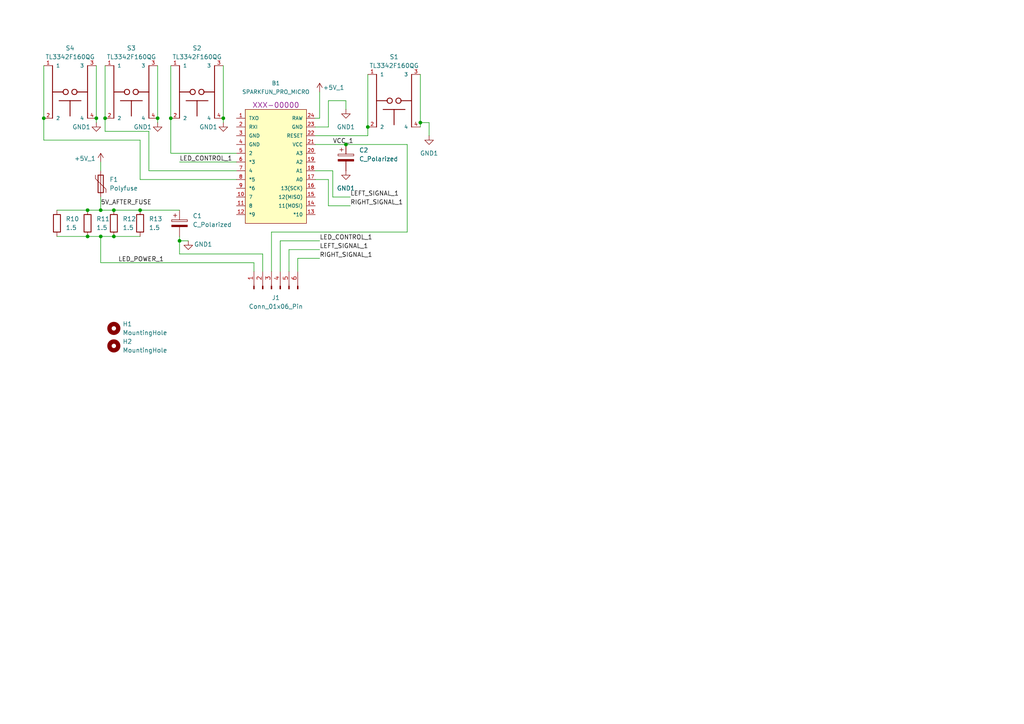
<source format=kicad_sch>
(kicad_sch (version 20231120) (generator "eeschema") (generator_version "8.0")
  (paper "A4")
  (lib_symbols
    (symbol "Connector:Conn_01x06_Pin" (pin_names (offset 1.016) hide)
      (property "Reference" "J" (at 0 7.62 0))
      (property "Value" "Conn_01x06_Pin" (at 0 -10.16 0))
      (symbol "Conn_01x06_Pin_1_1"
        (polyline (pts (xy 1.27 -7.62) (xy 0.8636 -7.62)) (stroke (width 0.1524)))
        (polyline (pts (xy 1.27 -5.08) (xy 0.8636 -5.08)) (stroke (width 0.1524)))
        (polyline (pts (xy 1.27 -2.54) (xy 0.8636 -2.54)) (stroke (width 0.1524)))
        (polyline (pts (xy 1.27 0) (xy 0.8636 0)) (stroke (width 0.1524)))
        (polyline (pts (xy 1.27 2.54) (xy 0.8636 2.54)) (stroke (width 0.1524)))
        (polyline (pts (xy 1.27 5.08) (xy 0.8636 5.08)) (stroke (width 0.1524)))
        (rectangle (start 0.8636 -7.493) (end 0 -7.747) (stroke (width 0.1524)) (fill (type outline)))
        (rectangle (start 0.8636 -4.953) (end 0 -5.207) (stroke (width 0.1524)) (fill (type outline)))
        (rectangle (start 0.8636 -2.413) (end 0 -2.667) (stroke (width 0.1524)) (fill (type outline)))
        (rectangle (start 0.8636 0.127) (end 0 -0.127) (stroke (width 0.1524)) (fill (type outline)))
        (rectangle (start 0.8636 2.667) (end 0 2.413) (stroke (width 0.1524)) (fill (type outline)))
        (rectangle (start 0.8636 5.207) (end 0 4.953) (stroke (width 0.1524)) (fill (type outline)))
        (pin passive line (at 5.08 5.08 180) (length 3.81) (name "Pin_1") (number "1"))
        (pin passive line (at 5.08 2.54 180) (length 3.81) (name "Pin_2") (number "2"))
        (pin passive line (at 5.08 0 180) (length 3.81) (name "Pin_3") (number "3"))
        (pin passive line (at 5.08 -2.54 180) (length 3.81) (name "Pin_4") (number "4"))
        (pin passive line (at 5.08 -5.08 180) (length 3.81) (name "Pin_5") (number "5"))
        (pin passive line (at 5.08 -7.62 180) (length 3.81) (name "Pin_6") (number "6"))
      )
    )
    (symbol "Device:C_Polarized" (pin_numbers hide) (pin_names (offset 0.254))
      (property "Reference" "C" (at 0.635 2.54 0))
      (property "Value" "C_Polarized" (at 0.635 -2.54 0))
      (symbol "C_Polarized_0_1"
        (rectangle (start -2.286 0.508) (end 2.286 1.016))
        (polyline (pts (xy -1.778 2.286) (xy -0.762 2.286)))
        (polyline (pts (xy -1.27 2.794) (xy -1.27 1.778)))
        (rectangle (start 2.286 -0.508) (end -2.286 -1.016) (fill (type outline)))
      )
      (symbol "C_Polarized_1_1"
        (pin passive line (at 0 3.81 270) (length 2.794) (name "~") (number "1"))
        (pin passive line (at 0 -3.81 90) (length 2.794) (name "~") (number "2"))
      )
    )
    (symbol "Device:Polyfuse" (pin_numbers hide) (pin_names (offset 0))
      (property "Reference" "F" (at -2.54 0 90))
      (property "Value" "Polyfuse" (at 2.54 0 90))
      (symbol "Polyfuse_0_1"
        (rectangle (start -0.762 2.54) (end 0.762 -2.54) (stroke (width 0.254)))
        (polyline (pts (xy 0 2.54) (xy 0 -2.54)))
        (polyline (pts (xy -1.524 2.54) (xy -1.524 1.524) (xy 1.524 -1.524) (xy 1.524 -2.54)))
      )
      (symbol "Polyfuse_1_1"
        (pin passive line (at 0 3.81 270) (length 1.27) (name "~") (number "1"))
        (pin passive line (at 0 -3.81 90) (length 1.27) (name "~") (number "2"))
      )
    )
    (symbol "Device:R" (pin_numbers hide) (pin_names (offset 0))
      (property "Reference" "R" (at 2.032 0 90))
      (property "Value" "R" (at 0 0 90))
      (symbol "R_0_1"
        (rectangle (start -1.016 -2.54) (end 1.016 2.54) (stroke (width 0.254)))
      )
      (symbol "R_1_1"
        (pin passive line (at 0 3.81 270) (length 1.27) (name "~") (number "1"))
        (pin passive line (at 0 -3.81 90) (length 1.27) (name "~") (number "2"))
      )
    )
    (symbol "Mechanical:MountingHole" (pin_names (offset 1.016)) (exclude_from_sim yes) (in_bom no)
      (property "Reference" "H" (at 0 5.08 0))
      (property "Value" "MountingHole" (at 0 3.175 0))
      (symbol "MountingHole_0_1"
        (circle (center 0 0) (radius 1.27) (stroke (width 1.27)))
      )
    )
    (symbol "Sparkfun.Boards:SPARKFUN_PRO_MICRO" (pin_names (offset 1.016))
      (property "Reference" "B" (at -8.89 17.78 0))
      (property "Value" "SPARKFUN_PRO_MICRO" (at -8.89 -19.05 0))
      (property "Field4" "XXX-00000" (at 0 21.59 0))
      (symbol "SPARKFUN_PRO_MICRO_1_1"
        (polyline (pts (xy -8.89 16.51) (xy -8.89 -16.51) (xy 8.89 -16.51) (xy 8.89 16.51) (xy -8.89 16.51)) (fill (type background)))
        (pin bidirectional line (at -11.43 13.97 0) (length 2.54) (name "TXO") (number "1"))
        (pin bidirectional line (at -11.43 -8.89 0) (length 2.54) (name "7") (number "10"))
        (pin bidirectional line (at -11.43 -11.43 0) (length 2.54) (name "8") (number "11"))
        (pin bidirectional line (at -11.43 -13.97 0) (length 2.54) (name "*9") (number "12"))
        (pin bidirectional line (at 11.43 -13.97 180) (length 2.54) (name "*10") (number "13"))
        (pin bidirectional line (at 11.43 -11.43 180) (length 2.54) (name "11(MOSI)") (number "14"))
        (pin bidirectional line (at 11.43 -8.89 180) (length 2.54) (name "12(MISO)") (number "15"))
        (pin bidirectional line (at 11.43 -6.35 180) (length 2.54) (name "13(SCK)") (number "16"))
        (pin bidirectional line (at 11.43 -3.81 180) (length 2.54) (name "A0") (number "17"))
        (pin bidirectional line (at 11.43 -1.27 180) (length 2.54) (name "A1") (number "18"))
        (pin bidirectional line (at 11.43 1.27 180) (length 2.54) (name "A2") (number "19"))
        (pin bidirectional line (at -11.43 11.43 0) (length 2.54) (name "RXI") (number "2"))
        (pin bidirectional line (at 11.43 3.81 180) (length 2.54) (name "A3") (number "20"))
        (pin power_in line (at 11.43 6.35 180) (length 2.54) (name "VCC") (number "21"))
        (pin bidirectional line (at 11.43 8.89 180) (length 2.54) (name "RESET") (number "22"))
        (pin power_in line (at 11.43 11.43 180) (length 2.54) (name "GND") (number "23"))
        (pin power_in line (at 11.43 13.97 180) (length 2.54) (name "RAW") (number "24"))
        (pin power_in line (at -11.43 8.89 0) (length 2.54) (name "GND") (number "3"))
        (pin power_in line (at -11.43 6.35 0) (length 2.54) (name "GND") (number "4"))
        (pin bidirectional line (at -11.43 3.81 0) (length 2.54) (name "2") (number "5"))
        (pin bidirectional line (at -11.43 1.27 0) (length 2.54) (name "*3") (number "6"))
        (pin bidirectional line (at -11.43 -1.27 0) (length 2.54) (name "4") (number "7"))
        (pin bidirectional line (at -11.43 -3.81 0) (length 2.54) (name "*5") (number "8"))
        (pin bidirectional line (at -11.43 -6.35 0) (length 2.54) (name "*6") (number "9"))
      )
    )
    (symbol "TactileSwitch:TL3342F160QG" (pin_names (offset 1.016))
      (property "Reference" "S" (at -8.9062 11.4509 0))
      (property "Value" "TL3342F160QG" (at -8.898 -12.7114 0))
      (symbol "TL3342F160QG_0_0"
        (circle (center 0 -1.27) (radius 0.762) (stroke (width 0.254)))
        (polyline (pts (xy -7.62 -5.08) (xy 0 -5.08)) (stroke (width 0.254)))
        (polyline (pts (xy -7.62 5.08) (xy 0 5.08)) (stroke (width 0.254)))
        (polyline (pts (xy 0 -5.08) (xy 7.62 -5.08)) (stroke (width 0.254)))
        (polyline (pts (xy 0 -1.905) (xy 0 -5.08)) (stroke (width 0.254)))
        (polyline (pts (xy 0 1.905) (xy 0 5.08)) (stroke (width 0.254)))
        (polyline (pts (xy 0 5.08) (xy 7.62 5.08)) (stroke (width 0.254)))
        (polyline (pts (xy 2.54 0) (xy 2.54 -3.175)) (stroke (width 0.254)))
        (polyline (pts (xy 2.54 0) (xy 6.985 0)) (stroke (width 0.254)))
        (polyline (pts (xy 2.54 3.175) (xy 2.54 0)) (stroke (width 0.254)))
        (circle (center 0 1.27) (radius 0.762) (stroke (width 0.254)))
        (pin passive line (at -7.62 -7.62 90) (length 2.54) (name "1") (number "1"))
        (pin passive line (at 7.62 -7.62 90) (length 2.54) (name "2") (number "2"))
        (pin passive line (at -7.62 7.62 270) (length 2.54) (name "3") (number "3"))
        (pin passive line (at 7.62 7.62 270) (length 2.54) (name "4") (number "4"))
      )
    )
    (symbol "power:+5V" (power) (pin_names (offset 0))
      (property "Value" "+5V" (at 0 3.556 0))
      (symbol "+5V_0_1"
        (polyline (pts (xy -0.762 1.27) (xy 0 2.54)))
        (polyline (pts (xy 0 0) (xy 0 2.54)))
        (polyline (pts (xy 0 2.54) (xy 0.762 1.27)))
      )
      (symbol "+5V_1_1"
        (pin power_in line (at 0 0 90) (length 0) hide (name "+5V") (number "1"))
      )
    )
    (symbol "power:GND1" (power) (pin_numbers hide) (pin_names (offset 0) hide)
      (property "Value" "GND1" (at 0 -3.81 0))
      (symbol "GND1_0_1"
        (polyline (pts (xy 0 0) (xy 0 -1.27) (xy 1.27 -1.27) (xy 0 -2.54) (xy -1.27 -1.27) (xy 0 -1.27)))
      )
      (symbol "GND1_1_1"
        (pin power_in line (at 0 0 270) (length 0) (name "~") (number "1"))
      )
    )
  )
  (junction (at 25.4 60.96))
  (junction (at 27.94 34.29))
  (junction (at 12.7 34.29))
  (junction (at 30.48 34.29))
  (junction (at 45.72 34.29))
  (junction (at 33.02 68.58))
  (junction (at 25.4 68.58))
  (junction (at 40.64 60.96))
  (junction (at 52.07 69.85))
  (junction (at 64.77 34.29))
  (junction (at 29.21 60.96))
  (junction (at 121.92 35.56))
  (junction (at 106.68 36.83))
  (junction (at 29.21 68.58))
  (junction (at 100.33 41.91))
  (junction (at 33.02 60.96))
  (junction (at 49.53 34.29))
  (wire (pts (xy 43.18 38.1) (xy 43.18 49.53)))
  (wire (pts (xy 49.53 44.45) (xy 68.58 44.45)))
  (wire (pts (xy 124.46 35.56) (xy 121.92 35.56)))
  (wire (pts (xy 40.64 52.07) (xy 68.58 52.07)))
  (wire (pts (xy 95.25 52.07) (xy 91.44 52.07)))
  (wire (pts (xy 45.72 34.29) (xy 45.72 35.56)))
  (wire (pts (xy 29.21 68.58) (xy 33.02 68.58)))
  (wire (pts (xy 25.4 60.96) (xy 16.51 60.96)))
  (wire (pts (xy 33.02 68.58) (xy 40.64 68.58)))
  (wire (pts (xy 64.77 34.29) (xy 64.77 35.56)))
  (wire (pts (xy 100.33 29.21) (xy 100.33 31.75)))
  (wire (pts (xy 49.53 19.05) (xy 49.53 34.29)))
  (wire (pts (xy 29.21 60.96) (xy 33.02 60.96)))
  (wire (pts (xy 91.44 41.91) (xy 100.33 41.91)))
  (wire (pts (xy 45.72 19.05) (xy 45.72 34.29)))
  (wire (pts (xy 30.48 34.29) (xy 30.48 38.1)))
  (wire (pts (xy 33.02 60.96) (xy 40.64 60.96)))
  (wire (pts (xy 96.52 49.53) (xy 91.44 49.53)))
  (wire (pts (xy 91.44 36.83) (xy 95.25 36.83)))
  (wire (pts (xy 12.7 40.64) (xy 40.64 40.64)))
  (wire (pts (xy 12.7 19.05) (xy 12.7 34.29)))
  (wire (pts (xy 25.4 68.58) (xy 29.21 68.58)))
  (wire (pts (xy 95.25 59.69) (xy 101.6 59.69)))
  (wire (pts (xy 29.21 68.58) (xy 29.21 76.2)))
  (wire (pts (xy 29.21 60.96) (xy 25.4 60.96)))
  (wire (pts (xy 96.52 57.15) (xy 101.6 57.15)))
  (wire (pts (xy 27.94 35.56) (xy 27.94 34.29)))
  (wire (pts (xy 29.21 57.15) (xy 29.21 60.96)))
  (wire (pts (xy 106.68 21.59) (xy 106.68 36.83)))
  (wire (pts (xy 95.25 36.83) (xy 95.25 29.21)))
  (wire (pts (xy 95.25 59.69) (xy 95.25 52.07)))
  (wire (pts (xy 52.07 73.66) (xy 76.2 73.66)))
  (wire (pts (xy 52.07 69.85) (xy 52.07 73.66)))
  (wire (pts (xy 64.77 19.05) (xy 64.77 34.29)))
  (wire (pts (xy 76.2 73.66) (xy 76.2 78.74)))
  (wire (pts (xy 43.18 49.53) (xy 68.58 49.53)))
  (wire (pts (xy 27.94 19.05) (xy 27.94 34.29)))
  (wire (pts (xy 91.44 39.37) (xy 106.68 39.37)))
  (wire (pts (xy 40.64 40.64) (xy 40.64 52.07)))
  (wire (pts (xy 16.51 68.58) (xy 25.4 68.58)))
  (wire (pts (xy 40.64 60.96) (xy 52.07 60.96)))
  (wire (pts (xy 86.36 74.93) (xy 92.71 74.93)))
  (wire (pts (xy 100.33 41.91) (xy 118.11 41.91)))
  (wire (pts (xy 30.48 38.1) (xy 43.18 38.1)))
  (wire (pts (xy 73.66 76.2) (xy 73.66 78.74)))
  (wire (pts (xy 121.92 35.56) (xy 121.92 36.83)))
  (wire (pts (xy 29.21 76.2) (xy 73.66 76.2)))
  (wire (pts (xy 83.82 72.39) (xy 92.71 72.39)))
  (wire (pts (xy 91.44 34.29) (xy 92.71 34.29)))
  (wire (pts (xy 118.11 41.91) (xy 118.11 67.31)))
  (wire (pts (xy 52.07 46.99) (xy 68.58 46.99)))
  (wire (pts (xy 121.92 21.59) (xy 121.92 35.56)))
  (wire (pts (xy 49.53 34.29) (xy 49.53 44.45)))
  (wire (pts (xy 118.11 67.31) (xy 78.74 67.31)))
  (wire (pts (xy 78.74 67.31) (xy 78.74 78.74)))
  (wire (pts (xy 29.21 46.99) (xy 29.21 49.53)))
  (wire (pts (xy 106.68 39.37) (xy 106.68 36.83)))
  (wire (pts (xy 81.28 78.74) (xy 81.28 69.85)))
  (wire (pts (xy 124.46 35.56) (xy 124.46 39.37)))
  (wire (pts (xy 54.61 69.85) (xy 52.07 69.85)))
  (wire (pts (xy 12.7 34.29) (xy 12.7 40.64)))
  (wire (pts (xy 96.52 57.15) (xy 96.52 49.53)))
  (wire (pts (xy 92.71 34.29) (xy 92.71 26.67)))
  (wire (pts (xy 30.48 19.05) (xy 30.48 34.29)))
  (wire (pts (xy 86.36 78.74) (xy 86.36 74.93)))
  (wire (pts (xy 81.28 69.85) (xy 92.71 69.85)))
  (wire (pts (xy 95.25 29.21) (xy 100.33 29.21)))
  (wire (pts (xy 83.82 78.74) (xy 83.82 72.39)))
  (wire (pts (xy 52.07 68.58) (xy 52.07 69.85)))
  (label "RIGHT_SIGNAL_1" (at 92.71 74.93 0))
  (label "5V_AFTER_FUSE" (at 29.21 59.69 0))
  (label "RIGHT_SIGNAL_1" (at 101.6 59.69 0))
  (label "LED_POWER_1" (at 34.29 76.2 0))
  (label "VCC_1" (at 96.52 41.91 0))
  (label "LEFT_SIGNAL_1" (at 92.71 72.39 0))
  (label "LED_CONTROL_1" (at 52.07 46.99 0))
  (label "LED_CONTROL_1" (at 92.71 69.85 0))
  (label "LEFT_SIGNAL_1" (at 101.6 57.15 0))
  (symbol (lib_id "Device:R") (at 25.4 64.77 0) (unit 1)
    (property "Reference" "R11" (at 27.94 63.4999 0) (effects (justify left)))
    (property "Value" "1.5" (at 27.94 66.0399 0) (effects (justify left)))
    (property "Footprint" "Resistor_SMD:R_2512_6332Metric_Pad1.40x3.35mm_HandSolder" (effects (hide yes)))
  )
  (symbol (lib_id "power:+5V") (at 92.71 26.67 0) (unit 1)
    (property "Reference" "#PWR0111" (effects (hide yes)))
    (property "Value" "+5V_1" (at 96.774 25.4 0))
  )
  (symbol (lib_id "Device:Polyfuse") (at 29.21 53.34 0) (unit 1)
    (property "Reference" "F1" (at 31.75 52.07 0) (effects (justify left)))
    (property "Value" "Polyfuse" (at 31.75 54.61 0) (effects (justify left)))
    (property "Footprint" "Fuse:Fuse_0805_2012Metric_Pad1.15x1.40mm_HandSolder" (effects (hide yes)))
  )
  (symbol (lib_id "TactileSwitch:TL3342F160QG") (at 57.15 26.67 270) (unit 1)
    (property "Reference" "S2" (at 57.15 13.97 90))
    (property "Value" "TL3342F160QG" (at 57.15 16.51 90))
    (property "Footprint" "Tactile.Switch:SW_TL3342F160QG" (effects (hide yes)))
    (property "MANUFACTURER" "E SWITCH" (effects (hide yes)))
  )
  (symbol (lib_id "power:GND1") (at 100.33 49.53 0) (unit 1)
    (property "Reference" "#PWR01" (effects (hide yes)))
    (property "Value" "GND1" (at 100.33 54.61 0))
    (property "Description" "Power symbol creates a global label with name \"GND1\" , ground" (effects (hide yes)))
  )
  (symbol (lib_id "Sparkfun.Boards:SPARKFUN_PRO_MICRO") (at 80.01 48.26 0) (unit 1)
    (property "Reference" "B1" (at 80.01 24.13 0) (effects (font (size 1.143 1.143))))
    (property "Value" "SPARKFUN_PRO_MICRO" (at 80.01 26.67 0) (effects (font (size 1.143 1.143))))
    (property "Footprint" "Sparkfun.Boards:SPARKFUN_PRO_MICRO" (effects (hide yes)))
    (property "Field4" "XXX-00000" (at 80.01 30.48 0) (effects (font (size 1.524 1.524))))
  )
  (symbol (lib_id "Mechanical:MountingHole") (at 33.02 95.25 0) (unit 1) (exclude_from_sim yes) (in_bom no)
    (property "Reference" "H1" (at 35.56 93.9799 0) (effects (justify left)))
    (property "Value" "MountingHole" (at 35.56 96.5199 0) (effects (justify left)))
    (property "Footprint" "Library:MountingHole_1.6mm_M1.4_ISO7380" (effects (hide yes)))
    (property "Description" "Mounting Hole without connection" (effects (hide yes)))
  )
  (symbol (lib_id "power:GND1") (at 54.61 69.85 0) (unit 1)
    (property "Reference" "#PWR05" (effects (hide yes)))
    (property "Value" "GND1" (at 58.928 70.866 0))
    (property "Description" "Power symbol creates a global label with name \"GND1\" , ground" (effects (hide yes)))
  )
  (symbol (lib_id "Device:R") (at 33.02 64.77 0) (unit 1)
    (property "Reference" "R12" (at 35.56 63.4999 0) (effects (justify left)))
    (property "Value" "1.5" (at 35.56 66.0399 0) (effects (justify left)))
    (property "Footprint" "Resistor_SMD:R_2512_6332Metric_Pad1.40x3.35mm_HandSolder" (effects (hide yes)))
  )
  (symbol (lib_id "power:GND1") (at 100.33 31.75 0) (unit 1)
    (property "Reference" "#PWR06" (effects (hide yes)))
    (property "Value" "GND1" (at 100.33 36.83 0))
    (property "Description" "Power symbol creates a global label with name \"GND1\" , ground" (effects (hide yes)))
  )
  (symbol (lib_id "Connector:Conn_01x06_Pin") (at 78.74 83.82 90) (unit 1)
    (property "Reference" "J1" (at 80.01 86.36 90))
    (property "Value" "Conn_01x06_Pin" (at 80.01 88.9 90))
    (property "Footprint" "Connector_PinHeader_2.54mm:PinHeader_1x06_P2.54mm_Vertical" (effects (hide yes)))
    (property "Description" "Generic connector, single row, 01x06, script generated" (effects (hide yes)))
  )
  (symbol (lib_id "power:+5V") (at 29.21 46.99 0) (unit 1)
    (property "Reference" "#PWR0101" (effects (hide yes)))
    (property "Value" "+5V_1" (at 24.638 45.974 0))
  )
  (symbol (lib_id "TactileSwitch:TL3342F160QG") (at 38.1 26.67 270) (unit 1)
    (property "Reference" "S3" (at 38.1 13.97 90))
    (property "Value" "TL3342F160QG" (at 38.1 16.51 90))
    (property "Footprint" "Tactile.Switch:SW_TL3342F160QG" (effects (hide yes)))
    (property "MANUFACTURER" "E SWITCH" (effects (hide yes)))
  )
  (symbol (lib_id "TactileSwitch:TL3342F160QG") (at 114.3 29.21 270) (unit 1)
    (property "Reference" "S1" (at 114.3 16.51 90))
    (property "Value" "TL3342F160QG" (at 114.3 19.05 90))
    (property "Footprint" "Tactile.Switch:SW_TL3342F160QG" (effects (hide yes)))
    (property "MANUFACTURER" "E SWITCH" (effects (hide yes)))
  )
  (symbol (lib_id "Device:R") (at 40.64 64.77 0) (unit 1)
    (property "Reference" "R13" (at 43.18 63.4999 0) (effects (justify left)))
    (property "Value" "1.5" (at 43.18 66.0399 0) (effects (justify left)))
    (property "Footprint" "Resistor_SMD:R_2512_6332Metric_Pad1.40x3.35mm_HandSolder" (effects (hide yes)))
  )
  (symbol (lib_id "Device:C_Polarized") (at 100.33 45.72 0) (unit 1)
    (property "Reference" "C2" (at 104.14 43.5609 0) (effects (justify left)))
    (property "Value" "C_Polarized" (at 104.14 46.1009 0) (effects (justify left)))
    (property "Footprint" "Capacitor_THT:C_Radial_D6.3mm_H11.0mm_P2.50mm" (effects (hide yes)))
  )
  (symbol (lib_id "power:GND1") (at 27.94 35.56 0) (unit 1)
    (property "Reference" "#PWR017" (effects (hide yes)))
    (property "Value" "GND1" (at 23.622 36.83 0))
    (property "Description" "Power symbol creates a global label with name \"GND1\" , ground" (effects (hide yes)))
  )
  (symbol (lib_id "Device:R") (at 16.51 64.77 0) (unit 1)
    (property "Reference" "R10" (at 19.05 63.4999 0) (effects (justify left)))
    (property "Value" "1.5" (at 19.05 66.0399 0) (effects (justify left)))
    (property "Footprint" "Resistor_SMD:R_2512_6332Metric_Pad1.40x3.35mm_HandSolder" (effects (hide yes)))
  )
  (symbol (lib_id "Device:C_Polarized") (at 52.07 64.77 0) (unit 1)
    (property "Reference" "C1" (at 55.88 62.6109 0) (effects (justify left)))
    (property "Value" "C_Polarized" (at 55.88 65.1509 0) (effects (justify left)))
    (property "Footprint" "Capacitor_THT:C_Radial_D6.3mm_H11.0mm_P2.50mm" (effects (hide yes)))
  )
  (symbol (lib_id "TactileSwitch:TL3342F160QG") (at 20.32 26.67 270) (unit 1)
    (property "Reference" "S4" (at 20.32 13.97 90))
    (property "Value" "TL3342F160QG" (at 20.32 16.51 90))
    (property "Footprint" "Tactile.Switch:SW_TL3342F160QG" (effects (hide yes)))
    (property "MANUFACTURER" "E SWITCH" (effects (hide yes)))
  )
  (symbol (lib_id "power:GND1") (at 45.72 35.56 0) (unit 1)
    (property "Reference" "#PWR014" (effects (hide yes)))
    (property "Value" "GND1" (at 41.402 36.83 0))
    (property "Description" "Power symbol creates a global label with name \"GND1\" , ground" (effects (hide yes)))
  )
  (symbol (lib_id "power:GND1") (at 64.77 35.56 0) (unit 1)
    (property "Reference" "#PWR011" (effects (hide yes)))
    (property "Value" "GND1" (at 60.452 36.83 0))
    (property "Description" "Power symbol creates a global label with name \"GND1\" , ground" (effects (hide yes)))
  )
  (symbol (lib_id "power:GND1") (at 124.46 39.37 0) (unit 1)
    (property "Reference" "#PWR03" (effects (hide yes)))
    (property "Value" "GND1" (at 124.46 44.45 0))
    (property "Description" "Power symbol creates a global label with name \"GND1\" , ground" (effects (hide yes)))
  )
  (symbol (lib_id "Mechanical:MountingHole") (at 33.02 100.33 0) (unit 1) (exclude_from_sim yes) (in_bom no)
    (property "Reference" "H2" (at 35.56 99.0599 0) (effects (justify left)))
    (property "Value" "MountingHole" (at 35.56 101.5999 0) (effects (justify left)))
    (property "Footprint" "Library:MountingHole_1.6mm_M1.4_ISO7380" (effects (hide yes)))
    (property "Description" "Mounting Hole without connection" (effects (hide yes)))
  )
)
</source>
